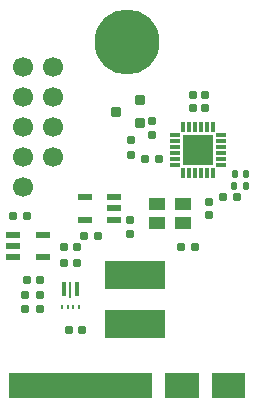
<source format=gbr>
%TF.GenerationSoftware,KiCad,Pcbnew,9.0.1*%
%TF.CreationDate,2025-04-18T20:02:12-04:00*%
%TF.ProjectId,M.2 to USB V1.0,4d2e3220-746f-4205-9553-422056312e30,rev?*%
%TF.SameCoordinates,Original*%
%TF.FileFunction,Soldermask,Top*%
%TF.FilePolarity,Negative*%
%FSLAX46Y46*%
G04 Gerber Fmt 4.6, Leading zero omitted, Abs format (unit mm)*
G04 Created by KiCad (PCBNEW 9.0.1) date 2025-04-18 20:02:12*
%MOMM*%
%LPD*%
G01*
G04 APERTURE LIST*
G04 Aperture macros list*
%AMRoundRect*
0 Rectangle with rounded corners*
0 $1 Rounding radius*
0 $2 $3 $4 $5 $6 $7 $8 $9 X,Y pos of 4 corners*
0 Add a 4 corners polygon primitive as box body*
4,1,4,$2,$3,$4,$5,$6,$7,$8,$9,$2,$3,0*
0 Add four circle primitives for the rounded corners*
1,1,$1+$1,$2,$3*
1,1,$1+$1,$4,$5*
1,1,$1+$1,$6,$7*
1,1,$1+$1,$8,$9*
0 Add four rect primitives between the rounded corners*
20,1,$1+$1,$2,$3,$4,$5,0*
20,1,$1+$1,$4,$5,$6,$7,0*
20,1,$1+$1,$6,$7,$8,$9,0*
20,1,$1+$1,$8,$9,$2,$3,0*%
G04 Aperture macros list end*
%ADD10C,0.100000*%
%ADD11R,1.200000X0.600000*%
%ADD12RoundRect,0.155000X0.212500X0.155000X-0.212500X0.155000X-0.212500X-0.155000X0.212500X-0.155000X0*%
%ADD13R,5.100000X2.350000*%
%ADD14RoundRect,0.155000X-0.212500X-0.155000X0.212500X-0.155000X0.212500X0.155000X-0.212500X0.155000X0*%
%ADD15RoundRect,0.135000X-0.135000X-0.185000X0.135000X-0.185000X0.135000X0.185000X-0.135000X0.185000X0*%
%ADD16RoundRect,0.160000X0.160000X-0.197500X0.160000X0.197500X-0.160000X0.197500X-0.160000X-0.197500X0*%
%ADD17R,0.350000X1.150000*%
%ADD18R,0.200000X1.450000*%
%ADD19R,0.250000X0.450000*%
%ADD20C,1.700000*%
%ADD21RoundRect,0.155000X0.155000X-0.212500X0.155000X0.212500X-0.155000X0.212500X-0.155000X-0.212500X0*%
%ADD22RoundRect,0.160000X-0.160000X0.197500X-0.160000X-0.197500X0.160000X-0.197500X0.160000X0.197500X0*%
%ADD23RoundRect,0.160000X0.197500X0.160000X-0.197500X0.160000X-0.197500X-0.160000X0.197500X-0.160000X0*%
%ADD24RoundRect,0.120000X0.330000X0.280000X-0.330000X0.280000X-0.330000X-0.280000X0.330000X-0.280000X0*%
%ADD25RoundRect,0.155000X-0.155000X0.212500X-0.155000X-0.212500X0.155000X-0.212500X0.155000X0.212500X0*%
%ADD26R,1.400000X1.100000*%
%ADD27C,5.500000*%
%ADD28R,0.850000X0.300000*%
%ADD29R,0.300000X0.850000*%
%ADD30R,2.600000X2.600000*%
%ADD31RoundRect,0.140000X0.140000X0.170000X-0.140000X0.170000X-0.140000X-0.170000X0.140000X-0.170000X0*%
G04 APERTURE END LIST*
%TO.C,J1*%
D10*
X144950000Y-96385000D02*
X156900000Y-96385000D01*
X156900000Y-98435000D01*
X144950000Y-98435000D01*
X144950000Y-96385000D01*
G36*
X144950000Y-96385000D02*
G01*
X156900000Y-96385000D01*
X156900000Y-98435000D01*
X144950000Y-98435000D01*
X144950000Y-96385000D01*
G37*
X158100000Y-96385000D02*
X160900000Y-96385000D01*
X160900000Y-98435000D01*
X158100000Y-98435000D01*
X158100000Y-96385000D01*
G36*
X158100000Y-96385000D02*
G01*
X160900000Y-96385000D01*
X160900000Y-98435000D01*
X158100000Y-98435000D01*
X158100000Y-96385000D01*
G37*
X162105000Y-96385000D02*
X164800000Y-96385000D01*
X164800000Y-98435000D01*
X162105000Y-98435000D01*
X162105000Y-96385000D01*
G36*
X162105000Y-96385000D02*
G01*
X164800000Y-96385000D01*
X164800000Y-98435000D01*
X162105000Y-98435000D01*
X162105000Y-96385000D01*
G37*
%TD*%
D11*
%TO.C,IC2*%
X145265000Y-84710000D03*
X145265000Y-85660000D03*
X145265000Y-86610000D03*
X147765000Y-86610000D03*
X147765000Y-84710000D03*
%TD*%
D12*
%TO.C,C10*%
X150687500Y-87075000D03*
X149552500Y-87075000D03*
%TD*%
D13*
%TO.C,L1*%
X155545000Y-92295000D03*
X155545000Y-88145000D03*
%TD*%
D14*
%TO.C,C13*%
X159497500Y-85765000D03*
X160632500Y-85765000D03*
%TD*%
D12*
%TO.C,C11*%
X150687500Y-85800000D03*
X149552500Y-85800000D03*
%TD*%
D15*
%TO.C,R1*%
X163982500Y-80592500D03*
X165002500Y-80592500D03*
%TD*%
D16*
%TO.C,R5*%
X146305000Y-91000000D03*
X146305000Y-89805000D03*
%TD*%
D12*
%TO.C,C9*%
X151112500Y-92755000D03*
X149977500Y-92755000D03*
%TD*%
D17*
%TO.C,PS1*%
X150665000Y-89280000D03*
D18*
X150115000Y-89430000D03*
D17*
X149565000Y-89280000D03*
D19*
X149365000Y-90880000D03*
X149865000Y-90880000D03*
X150365000Y-90880000D03*
X150865000Y-90880000D03*
%TD*%
D20*
%TO.C,J2*%
X146080000Y-70545000D03*
X148620000Y-70545000D03*
X146080000Y-73085000D03*
X148620000Y-73085000D03*
X146080000Y-75625000D03*
X148620000Y-75625000D03*
X146080000Y-78165000D03*
X148620000Y-78165000D03*
X146080000Y-80705000D03*
%TD*%
D21*
%TO.C,C6*%
X160485000Y-74022500D03*
X160485000Y-72887500D03*
%TD*%
%TO.C,C3*%
X155180000Y-84630000D03*
X155180000Y-83495000D03*
%TD*%
D22*
%TO.C,R2*%
X157010000Y-75107500D03*
X157010000Y-76302500D03*
%TD*%
D21*
%TO.C,C12*%
X161870000Y-83057500D03*
X161870000Y-81922500D03*
%TD*%
D23*
%TO.C,R4*%
X157620000Y-78295000D03*
X156425000Y-78295000D03*
%TD*%
D22*
%TO.C,R3*%
X155225000Y-76732500D03*
X155225000Y-77927500D03*
%TD*%
D24*
%TO.C,U1*%
X155970000Y-75255000D03*
X155970000Y-73355000D03*
X153970000Y-74305000D03*
%TD*%
D25*
%TO.C,C7*%
X161510000Y-72882500D03*
X161510000Y-74017500D03*
%TD*%
D26*
%TO.C,Y1*%
X159650000Y-82145000D03*
X157450000Y-82145000D03*
X157450000Y-83745000D03*
X159650000Y-83745000D03*
%TD*%
D22*
%TO.C,R6*%
X147555000Y-89805000D03*
X147555000Y-91000000D03*
%TD*%
D14*
%TO.C,C8*%
X163052500Y-81532500D03*
X164187500Y-81532500D03*
%TD*%
D11*
%TO.C,IC3*%
X153815000Y-83440000D03*
X153815000Y-82490000D03*
X153815000Y-81540000D03*
X151315000Y-81540000D03*
X151315000Y-83440000D03*
%TD*%
D27*
%TO.C,H1*%
X154875000Y-68435000D03*
%TD*%
D12*
%TO.C,C2*%
X147552500Y-88540000D03*
X146417500Y-88540000D03*
%TD*%
D28*
%TO.C,IC1*%
X162875000Y-78792500D03*
X162875000Y-78292500D03*
X162875000Y-77792500D03*
X162875000Y-77292500D03*
X162875000Y-76792500D03*
X162875000Y-76292500D03*
D29*
X162175000Y-75592500D03*
X161675000Y-75592500D03*
X161175000Y-75592500D03*
X160675000Y-75592500D03*
X160175000Y-75592500D03*
X159675000Y-75592500D03*
D28*
X158975000Y-76292500D03*
X158975000Y-76792500D03*
X158975000Y-77292500D03*
X158975000Y-77792500D03*
X158975000Y-78292500D03*
X158975000Y-78792500D03*
D29*
X159675000Y-79492500D03*
X160175000Y-79492500D03*
X160675000Y-79492500D03*
X161175000Y-79492500D03*
X161675000Y-79492500D03*
X162175000Y-79492500D03*
D30*
X160925000Y-77542500D03*
%TD*%
D14*
%TO.C,C4*%
X151292500Y-84815000D03*
X152427500Y-84815000D03*
%TD*%
D31*
%TO.C,C5*%
X164992500Y-79562500D03*
X164032500Y-79562500D03*
%TD*%
D12*
%TO.C,C1*%
X146402500Y-83125000D03*
X145267500Y-83125000D03*
%TD*%
M02*

</source>
